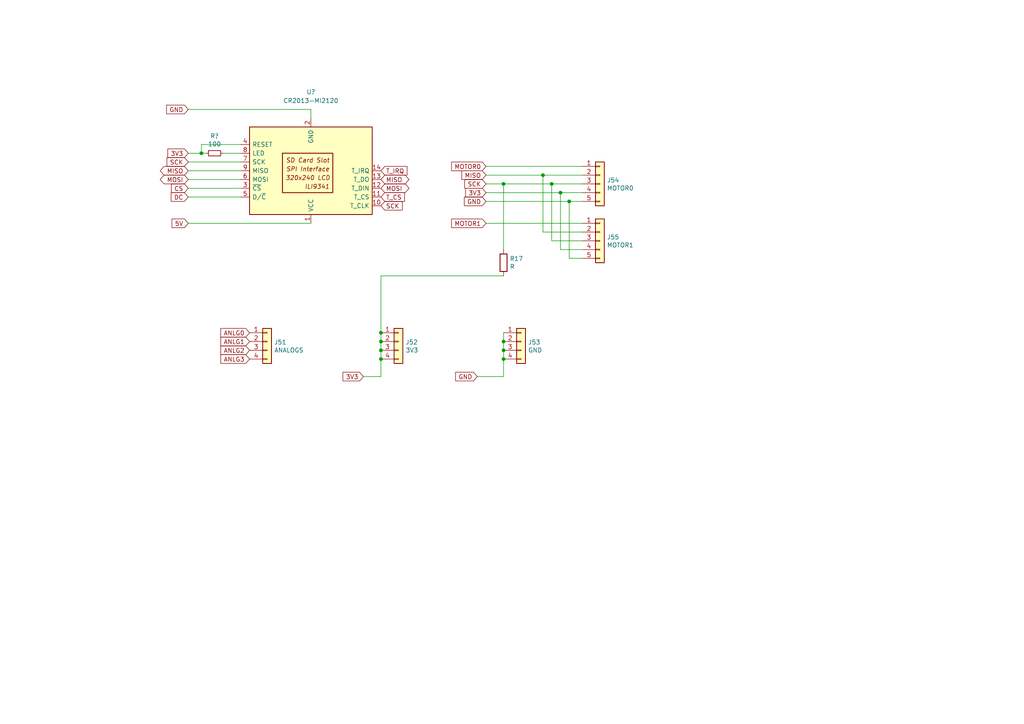
<source format=kicad_sch>
(kicad_sch (version 20250114) (generator "eeschema") (generator_version "9.0")
  (paper "A4")
  (title_block (title "Display and Analog") (date "2021-02-09") (rev "1") (company "Wimble Robotics"))
  (lib_symbols
    (symbol "TeensyMonitorV5-rescue:CR2013-MI2120-Driver_Display" (pin_names (offset 0.762))
      (property "Reference" "U" (at -17.526 13.97 0))
      (property "Value" "TeensyMonitorV5-rescue_CR2013-MI2120-Driver_Display" (at 1.905 13.97 0))
      (symbol "CR2013-MI2120-Driver_Display_0_0"
        (text "ILI9341" (at -5.461 4.572 0) (effects (font (size 1.27 1.27) (italic yes)) (justify left)))
        (text "SPI Interface" (at -5.461 -0.508 0) (effects (font (size 1.27 1.27) (italic yes)) (justify left)))
        (text "SD Card Slot" (at -5.461 -3.048 0) (effects (font (size 1.27 1.27) (italic yes)) (justify left)))
        (text "320x240 LCD" (at 0.889 2.032 0) (effects (font (size 1.27 1.27) (italic yes))))
      )
      (symbol "CR2013-MI2120-Driver_Display_0_1"
        (rectangle (start -17.78 12.7) (end 17.78 -12.7) (stroke (width 0.254)) (fill (type background)))
        (rectangle (start -6.35 6.35) (end 8.255 -5.08) (stroke (width 0.254)))
      )
      (symbol "CR2013-MI2120-Driver_Display_1_1"
        (pin input line (at -20.32 10.16 0) (length 2.54) (name "T_CLK") (number "10"))
        (pin input line (at -20.32 7.62 0) (length 2.54) (name "T_CS") (number "11"))
        (pin input line (at -20.32 5.08 0) (length 2.54) (name "T_DIN") (number "12"))
        (pin input line (at -20.32 2.54 0) (length 2.54) (name "T_DO") (number "13"))
        (pin output line (at -20.32 0 0) (length 2.54) (name "T_IRQ") (number "14"))
        (pin power_in line (at 0 15.24 270) (length 2.54) (name "VCC") (number "1"))
        (pin power_in line (at 0 -15.24 90) (length 2.54) (name "GND") (number "2"))
        (pin input line (at 20.32 7.62 180) (length 2.54) (name "D/~{C}") (number "5"))
        (pin input line (at 20.32 5.08 180) (length 2.54) (name "~{CS}") (number "3"))
        (pin input line (at 20.32 2.54 180) (length 2.54) (name "MOSI") (number "6"))
        (pin output line (at 20.32 0 180) (length 2.54) (name "MISO") (number "9"))
        (pin input line (at 20.32 -2.54 180) (length 2.54) (name "SCK") (number "7"))
        (pin input line (at 20.32 -5.08 180) (length 2.54) (name "LED") (number "8"))
        (pin input line (at 20.32 -7.62 180) (length 2.54) (name "RESET") (number "4"))
      )
    )
    (symbol "TeensyMonitorV5-rescue:Conn_01x04-Connector_Generic" (pin_names (offset 1.016) (hide yes))
      (property "Reference" "J" (at 0 5.08 0))
      (property "Value" "TeensyMonitorV5-rescue_Conn_01x04-Connector_Generic" (at 0 -7.62 0))
      (symbol "Conn_01x04-Connector_Generic_1_1"
        (rectangle (start -1.27 3.81) (end 1.27 -6.35) (stroke (width 0.254)) (fill (type background)))
        (rectangle (start -1.27 2.667) (end 0 2.413) (stroke (width 0.1524)))
        (rectangle (start -1.27 0.127) (end 0 -0.127) (stroke (width 0.1524)))
        (rectangle (start -1.27 -2.413) (end 0 -2.667) (stroke (width 0.1524)))
        (rectangle (start -1.27 -4.953) (end 0 -5.207) (stroke (width 0.1524)))
        (pin passive line (at -5.08 2.54 0) (length 3.81) (name "Pin_1") (number "1"))
        (pin passive line (at -5.08 0 0) (length 3.81) (name "Pin_2") (number "2"))
        (pin passive line (at -5.08 -2.54 0) (length 3.81) (name "Pin_3") (number "3"))
        (pin passive line (at -5.08 -5.08 0) (length 3.81) (name "Pin_4") (number "4"))
      )
    )
    (symbol "TeensyMonitorV5-rescue:Conn_01x05-Connector_Generic" (pin_names (offset 1.016) (hide yes))
      (property "Reference" "J" (at 0 7.62 0))
      (property "Value" "TeensyMonitorV5-rescue_Conn_01x05-Connector_Generic" (at 0 -7.62 0))
      (symbol "Conn_01x05-Connector_Generic_1_1"
        (rectangle (start -1.27 6.35) (end 1.27 -6.35) (stroke (width 0.254)) (fill (type background)))
        (rectangle (start -1.27 5.207) (end 0 4.953) (stroke (width 0.1524)))
        (rectangle (start -1.27 2.667) (end 0 2.413) (stroke (width 0.1524)))
        (rectangle (start -1.27 0.127) (end 0 -0.127) (stroke (width 0.1524)))
        (rectangle (start -1.27 -2.413) (end 0 -2.667) (stroke (width 0.1524)))
        (rectangle (start -1.27 -4.953) (end 0 -5.207) (stroke (width 0.1524)))
        (pin passive line (at -5.08 5.08 0) (length 3.81) (name "Pin_1") (number "1"))
        (pin passive line (at -5.08 2.54 0) (length 3.81) (name "Pin_2") (number "2"))
        (pin passive line (at -5.08 0 0) (length 3.81) (name "Pin_3") (number "3"))
        (pin passive line (at -5.08 -2.54 0) (length 3.81) (name "Pin_4") (number "4"))
        (pin passive line (at -5.08 -5.08 0) (length 3.81) (name "Pin_5") (number "5"))
      )
    )
    (symbol "TeensyMonitorV5-rescue:R-Device" (pin_numbers (hide yes)) (pin_names (offset 0))
      (property "Reference" "R" (at 2.032 0 90))
      (property "Value" "TeensyMonitorV5-rescue_R-Device" (at 0 0 90))
      (symbol "R-Device_0_1"
        (rectangle (start -1.016 -2.54) (end 1.016 2.54) (stroke (width 0.254)))
      )
      (symbol "R-Device_1_1"
        (pin passive line (at 0 3.81 270) (length 1.27) (name "~") (number "1"))
        (pin passive line (at 0 -3.81 90) (length 1.27) (name "~") (number "2"))
      )
    )
    (symbol "TeensyMonitorV5-rescue:R_Small-Device" (pin_numbers (hide yes)) (pin_names (offset 0.254) (hide yes))
      (property "Reference" "R" (at 0.762 0.508 0))
      (property "Value" "TeensyMonitorV5-rescue_R_Small-Device" (at 0.762 -1.016 0))
      (symbol "R_Small-Device_0_1"
        (rectangle (start -0.762 1.778) (end 0.762 -1.778) (stroke (width 0.2032)))
      )
      (symbol "R_Small-Device_1_1"
        (pin passive line (at 0 2.54 270) (length 0.762) (name "~") (number "1"))
        (pin passive line (at 0 -2.54 90) (length 0.762) (name "~") (number "2"))
      )
    )
  )
  (junction (at 146.05 101.6))
  (junction (at 110.49 104.14))
  (junction (at 162.56 55.88))
  (junction (at 157.48 50.8))
  (junction (at 165.1 58.42))
  (junction (at 58.42 44.45))
  (junction (at 110.49 99.06))
  (junction (at 110.49 96.52))
  (junction (at 146.05 99.06))
  (junction (at 146.05 104.14))
  (junction (at 110.49 101.6))
  (junction (at 160.02 53.34))
  (junction (at 146.05 53.34))
  (wire (pts (xy 146.05 53.34) (xy 160.02 53.34)))
  (wire (pts (xy 168.91 50.8) (xy 157.48 50.8)))
  (wire (pts (xy 146.05 101.6) (xy 146.05 104.14)))
  (wire (pts (xy 69.85 44.45) (xy 64.77 44.45)))
  (wire (pts (xy 168.91 67.31) (xy 157.48 67.31)))
  (wire (pts (xy 58.42 44.45) (xy 54.61 44.45)))
  (wire (pts (xy 110.49 109.22) (xy 105.41 109.22)))
  (wire (pts (xy 160.02 69.85) (xy 160.02 53.34)))
  (wire (pts (xy 69.85 49.53) (xy 54.61 49.53)))
  (wire (pts (xy 168.91 74.93) (xy 165.1 74.93)))
  (wire (pts (xy 110.49 104.14) (xy 110.49 109.22)))
  (wire (pts (xy 110.49 80.01) (xy 110.49 96.52)))
  (wire (pts (xy 54.61 57.15) (xy 69.85 57.15)))
  (wire (pts (xy 168.91 55.88) (xy 162.56 55.88)))
  (wire (pts (xy 59.69 44.45) (xy 58.42 44.45)))
  (wire (pts (xy 110.49 99.06) (xy 110.49 101.6)))
  (wire (pts (xy 157.48 67.31) (xy 157.48 50.8)))
  (wire (pts (xy 54.61 64.77) (xy 90.17 64.77)))
  (wire (pts (xy 162.56 72.39) (xy 162.56 55.88)))
  (wire (pts (xy 168.91 72.39) (xy 162.56 72.39)))
  (wire (pts (xy 165.1 58.42) (xy 168.91 58.42)))
  (wire (pts (xy 54.61 46.99) (xy 69.85 46.99)))
  (wire (pts (xy 162.56 55.88) (xy 140.97 55.88)))
  (wire (pts (xy 54.61 52.07) (xy 69.85 52.07)))
  (wire (pts (xy 69.85 54.61) (xy 54.61 54.61)))
  (wire (pts (xy 110.49 101.6) (xy 110.49 104.14)))
  (wire (pts (xy 146.05 99.06) (xy 146.05 101.6)))
  (wire (pts (xy 146.05 96.52) (xy 146.05 99.06)))
  (wire (pts (xy 140.97 48.26) (xy 168.91 48.26)))
  (wire (pts (xy 54.61 31.75) (xy 90.17 31.75)))
  (wire (pts (xy 140.97 53.34) (xy 146.05 53.34)))
  (wire (pts (xy 69.85 41.91) (xy 58.42 41.91)))
  (wire (pts (xy 160.02 53.34) (xy 168.91 53.34)))
  (wire (pts (xy 146.05 109.22) (xy 138.43 109.22)))
  (wire (pts (xy 146.05 80.01) (xy 110.49 80.01)))
  (wire (pts (xy 58.42 41.91) (xy 58.42 44.45)))
  (wire (pts (xy 157.48 50.8) (xy 140.97 50.8)))
  (wire (pts (xy 110.49 96.52) (xy 110.49 99.06)))
  (wire (pts (xy 146.05 72.39) (xy 146.05 53.34)))
  (wire (pts (xy 168.91 69.85) (xy 160.02 69.85)))
  (wire (pts (xy 140.97 58.42) (xy 165.1 58.42)))
  (wire (pts (xy 146.05 104.14) (xy 146.05 109.22)))
  (wire (pts (xy 168.91 64.77) (xy 140.97 64.77)))
  (wire (pts (xy 90.17 31.75) (xy 90.17 34.29)))
  (wire (pts (xy 165.1 74.93) (xy 165.1 58.42)))
  (global_label "MISO" (shape bidirectional) (at 110.49 52.07 0) (property "Intersheetrefs" "${INTERSHEET_REFS}" (effects (hide yes))))
  (global_label "ANLG1" (shape input) (at 72.39 99.06 180) (property "Intersheetrefs" "${INTERSHEET_REFS}" (effects (hide yes))))
  (global_label "T_IRQ" (shape input) (at 110.49 49.53 0) (property "Intersheetrefs" "${INTERSHEET_REFS}" (effects (hide yes))))
  (global_label "CS" (shape input) (at 54.61 54.61 180) (property "Intersheetrefs" "${INTERSHEET_REFS}" (effects (hide yes))))
  (global_label "GND" (shape input) (at 138.43 109.22 180) (property "Intersheetrefs" "${INTERSHEET_REFS}" (effects (hide yes))))
  (global_label "MISO" (shape bidirectional) (at 54.61 49.53 180) (property "Intersheetrefs" "${INTERSHEET_REFS}" (effects (hide yes))))
  (global_label "MOSI" (shape bidirectional) (at 110.49 54.61 0) (property "Intersheetrefs" "${INTERSHEET_REFS}" (effects (hide yes))))
  (global_label "SCK" (shape input) (at 110.49 59.69 0) (property "Intersheetrefs" "${INTERSHEET_REFS}" (effects (hide yes))))
  (global_label "SCK" (shape input) (at 54.61 46.99 180) (property "Intersheetrefs" "${INTERSHEET_REFS}" (effects (hide yes))))
  (global_label "MISO" (shape input) (at 140.97 50.8 180) (property "Intersheetrefs" "${INTERSHEET_REFS}" (effects (hide yes))))
  (global_label "GND" (shape input) (at 54.61 31.75 180) (property "Intersheetrefs" "${INTERSHEET_REFS}" (effects (hide yes))))
  (global_label "MOSI" (shape bidirectional) (at 54.61 52.07 180) (property "Intersheetrefs" "${INTERSHEET_REFS}" (effects (hide yes))))
  (global_label "ANLG2" (shape input) (at 72.39 101.6 180) (property "Intersheetrefs" "${INTERSHEET_REFS}" (effects (hide yes))))
  (global_label "3V3" (shape input) (at 105.41 109.22 180) (property "Intersheetrefs" "${INTERSHEET_REFS}" (effects (hide yes))))
  (global_label "3V3" (shape input) (at 54.61 44.45 180) (property "Intersheetrefs" "${INTERSHEET_REFS}" (effects (hide yes))))
  (global_label "SCK" (shape input) (at 140.97 53.34 180) (property "Intersheetrefs" "${INTERSHEET_REFS}" (effects (hide yes))))
  (global_label "ANLG0" (shape input) (at 72.39 96.52 180) (property "Intersheetrefs" "${INTERSHEET_REFS}" (effects (hide yes))))
  (global_label "ANLG3" (shape input) (at 72.39 104.14 180) (property "Intersheetrefs" "${INTERSHEET_REFS}" (effects (hide yes))))
  (global_label "GND" (shape input) (at 140.97 58.42 180) (property "Intersheetrefs" "${INTERSHEET_REFS}" (effects (hide yes))))
  (global_label "DC" (shape input) (at 54.61 57.15 180) (property "Intersheetrefs" "${INTERSHEET_REFS}" (effects (hide yes))))
  (global_label "MOTOR0" (shape input) (at 140.97 48.26 180) (property "Intersheetrefs" "${INTERSHEET_REFS}" (effects (hide yes))))
  (global_label "MOTOR1" (shape input) (at 140.97 64.77 180) (property "Intersheetrefs" "${INTERSHEET_REFS}" (effects (hide yes))))
  (global_label "5V" (shape input) (at 54.61 64.77 180) (property "Intersheetrefs" "${INTERSHEET_REFS}" (effects (hide yes))))
  (global_label "T_CS" (shape input) (at 110.49 57.15 0) (property "Intersheetrefs" "${INTERSHEET_REFS}" (effects (hide yes))))
  (global_label "3V3" (shape input) (at 140.97 55.88 180) (property "Intersheetrefs" "${INTERSHEET_REFS}" (effects (hide yes))))
  (symbol (lib_id "TeensyMonitorV5-rescue:R-Device") (at 146.05 76.2 0) (unit 1)
    (property "Reference" "R17" (at 147.828 75.0316 0) (effects (justify left)))
    (property "Value" "R" (at 147.828 77.343 0) (effects (justify left)))
    (property "Footprint" "Resistor_SMD:R_0805_2012Metric" (effects (hide yes)))
  )
  (symbol (lib_id "TeensyMonitorV5-rescue:CR2013-MI2120-Driver_Display") (at 90.17 49.53 180) (unit 1)
    (property "Reference" "U50" (at 90.17 26.67 0))
    (property "Value" "CR2013-MI2120" (at 90.17 29.21 0))
    (property "Footprint" "Connector_Molex:Molex-533751410" (effects (hide yes)))
    (property "Datasheet" "http://pan.baidu.com/s/11Y990" (effects (hide yes)))
    (instances (project "" (path "" (reference "U?") (unit 1)) (path "" (reference "U50") (unit 1))))
  )
  (symbol (lib_id "TeensyMonitorV5-rescue:R_Small-Device") (at 62.23 44.45 270) (unit 1)
    (property "Reference" "R51" (at 62.23 39.4716 90))
    (property "Value" "100" (at 62.23 41.783 90))
    (property "Footprint" "Resistor_SMD:R_0603_1608Metric" (effects (hide yes)))
    (property "LCSC" "C22775" (effects (hide yes)))
    (instances (project "" (path "" (reference "R?") (unit 1)) (path "" (reference "R51") (unit 1))))
  )
  (symbol (lib_id "TeensyMonitorV5-rescue:Conn_01x04-Connector_Generic") (at 77.47 99.06 0) (unit 1)
    (property "Reference" "J51" (at 79.502 99.2632 0) (effects (justify left)))
    (property "Value" "ANALOGS" (at 79.502 101.5746 0) (effects (justify left)))
    (property "Footprint" "Connector_PinHeader_2.54mm:PinHeader_1x04_P2.54mm_Vertical" (effects (hide yes)))
    (property "LCSC" "C124378" (effects (hide yes)))
  )
  (symbol (lib_id "TeensyMonitorV5-rescue:Conn_01x04-Connector_Generic") (at 115.57 99.06 0) (unit 1)
    (property "Reference" "J52" (at 117.602 99.2632 0) (effects (justify left)))
    (property "Value" "3V3" (at 117.602 101.5746 0) (effects (justify left)))
    (property "Footprint" "Connector_PinHeader_2.54mm:PinHeader_1x04_P2.54mm_Vertical" (effects (hide yes)))
    (property "LCSC" "C124378" (effects (hide yes)))
  )
  (symbol (lib_id "TeensyMonitorV5-rescue:Conn_01x04-Connector_Generic") (at 151.13 99.06 0) (unit 1)
    (property "Reference" "J53" (at 153.162 99.2632 0) (effects (justify left)))
    (property "Value" "GND" (at 153.162 101.5746 0) (effects (justify left)))
    (property "Footprint" "Connector_PinHeader_2.54mm:PinHeader_1x04_P2.54mm_Vertical" (effects (hide yes)))
    (property "LCSC" "C124378" (effects (hide yes)))
  )
  (symbol (lib_id "TeensyMonitorV5-rescue:Conn_01x05-Connector_Generic") (at 173.99 53.34 0) (unit 1)
    (property "Reference" "J54" (at 176.022 52.2732 0) (effects (justify left)))
    (property "Value" "MOTOR0" (at 176.022 54.5846 0) (effects (justify left)))
    (property "Footprint" "Connector_Molex:533750510" (effects (hide yes)))
    (property "LCSC" "C124379" (effects (hide yes)))
  )
  (symbol (lib_id "TeensyMonitorV5-rescue:Conn_01x05-Connector_Generic") (at 173.99 69.85 0) (unit 1)
    (property "Reference" "J55" (at 176.022 68.7832 0) (effects (justify left)))
    (property "Value" "MOTOR1" (at 176.022 71.0946 0) (effects (justify left)))
    (property "Footprint" "Connector_Molex:533750510" (effects (hide yes)))
    (property "LCSC" "C124379" (effects (hide yes)))
  )
)
</source>
